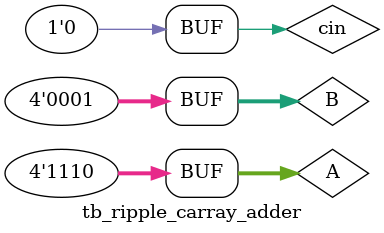
<source format=v>
`timescale 1ns / 1ps


module tb_ripple_carray_adder;

	// Inputs
	reg [3:0] A;
	reg [3:0] B;
	reg cin;

	// Outputs
	wire [3:0] sum;
	wire cout;

	// Instantiate the Unit Under Test (UUT)
	ripple_carry_adder uut (
		.A(A), 
		.B(B), 
		.cin(cin), 
		.sum(sum), 
		.cout(cout)
	);

	initial begin
		// Initialize Inputs
		A = 14;
		B = 1;
		cin = 0;

		// Wait 100 ns for global reset to finish
		#100;
        
		// Add stimulus here

	end
      
endmodule


</source>
